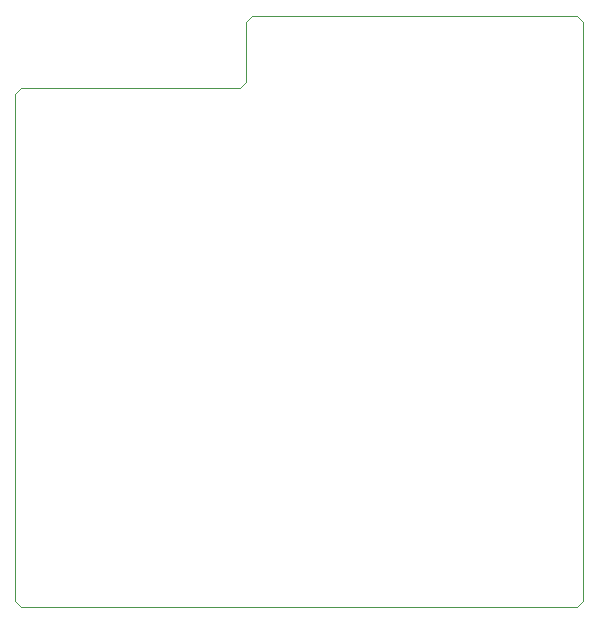
<source format=gbr>
G04 #@! TF.FileFunction,Profile,NP*
%FSLAX46Y46*%
G04 Gerber Fmt 4.6, Leading zero omitted, Abs format (unit mm)*
G04 Created by KiCad (PCBNEW 0.201506232253+5814~23~ubuntu14.04.1-product) date Mon 29 Jun 2015 10:40:57 AM CDT*
%MOMM*%
G01*
G04 APERTURE LIST*
%ADD10C,0.100000*%
G04 APERTURE END LIST*
D10*
X157988000Y-131318000D02*
X158115000Y-131318000D01*
X157988000Y-81280000D02*
X158115000Y-81280000D01*
X158623000Y-130556000D02*
X158623000Y-130810000D01*
X110490000Y-130556000D02*
X110490000Y-130810000D01*
X158623000Y-130556000D02*
X158623000Y-111506000D01*
X157988000Y-131318000D02*
X115824000Y-131318000D01*
X158623000Y-130810000D02*
X158115000Y-131318000D01*
X110490000Y-130810000D02*
X110998000Y-131318000D01*
X110490000Y-87884000D02*
X110490000Y-130556000D01*
X129540000Y-87376000D02*
X110998000Y-87376000D01*
X110490000Y-87884000D02*
X110998000Y-87376000D01*
X158623000Y-81788000D02*
X158623000Y-111506000D01*
X158115000Y-81280000D02*
X158623000Y-81788000D01*
X130556000Y-81280000D02*
X157988000Y-81280000D01*
X130302000Y-81534000D02*
X130556000Y-81280000D01*
X130048000Y-81788000D02*
X130302000Y-81534000D01*
X130048000Y-86868000D02*
X130048000Y-81788000D01*
X129540000Y-87376000D02*
X130048000Y-86868000D01*
X115824000Y-131318000D02*
X110998000Y-131318000D01*
M02*

</source>
